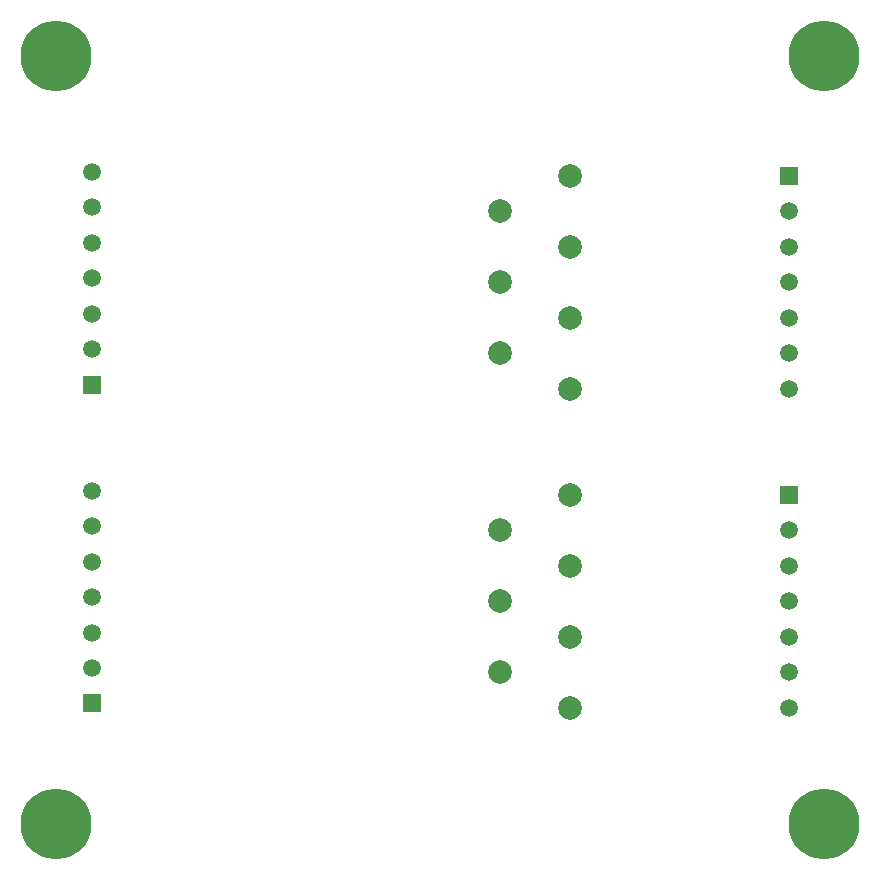
<source format=gbr>
%TF.GenerationSoftware,KiCad,Pcbnew,(6.0.7)*%
%TF.CreationDate,2022-11-12T16:45:26-06:00*%
%TF.ProjectId,BPS_Scrutineering,4250535f-5363-4727-9574-696e65657269,rev?*%
%TF.SameCoordinates,Original*%
%TF.FileFunction,Copper,L2,Bot*%
%TF.FilePolarity,Positive*%
%FSLAX46Y46*%
G04 Gerber Fmt 4.6, Leading zero omitted, Abs format (unit mm)*
G04 Created by KiCad (PCBNEW (6.0.7)) date 2022-11-12 16:45:26*
%MOMM*%
%LPD*%
G01*
G04 APERTURE LIST*
%TA.AperFunction,ComponentPad*%
%ADD10C,1.520000*%
%TD*%
%TA.AperFunction,ComponentPad*%
%ADD11R,1.520000X1.520000*%
%TD*%
%TA.AperFunction,ComponentPad*%
%ADD12C,2.000000*%
%TD*%
%TA.AperFunction,ComponentPad*%
%ADD13C,6.000000*%
%TD*%
G04 APERTURE END LIST*
D10*
%TO.P,JC1,1,Pin_1*%
%TO.N,Net-(F15-Pad1)*%
X87040600Y-84227250D03*
%TO.P,JC1,2,Pin_2*%
%TO.N,Net-(F16-Pad1)*%
X87040600Y-87227250D03*
%TO.P,JC1,3,Pin_3*%
%TO.N,Net-(F17-Pad1)*%
X87040600Y-90227250D03*
%TO.P,JC1,4,Pin_4*%
%TO.N,Net-(F18-Pad1)*%
X87040600Y-93227250D03*
%TO.P,JC1,5,Pin_5*%
%TO.N,Net-(F19-Pad1)*%
X87040600Y-96227250D03*
%TO.P,JC1,6,Pin_6*%
%TO.N,Net-(F20-Pad1)*%
X87040600Y-99227250D03*
D11*
%TO.P,JC1,7,Pin_7*%
%TO.N,Net-(F21-Pad1)*%
X87040600Y-102227250D03*
%TD*%
D10*
%TO.P,JC2,1,Pin_1*%
%TO.N,Net-(F7-Pad2)*%
X146040600Y-102570750D03*
%TO.P,JC2,2,Pin_2*%
%TO.N,Net-(F6-Pad2)*%
X146040600Y-99570750D03*
%TO.P,JC2,3,Pin_3*%
%TO.N,Net-(F5-Pad2)*%
X146040600Y-96570750D03*
%TO.P,JC2,4,Pin_4*%
%TO.N,Net-(F4-Pad2)*%
X146040600Y-93570750D03*
%TO.P,JC2,5,Pin_5*%
%TO.N,Net-(F3-Pad2)*%
X146040600Y-90570750D03*
%TO.P,JC2,6,Pin_6*%
%TO.N,Net-(F2-Pad2)*%
X146040600Y-87570750D03*
D11*
%TO.P,JC2,7,Pin_7*%
%TO.N,Net-(F1-Pad2)*%
X146040600Y-84570750D03*
%TD*%
D10*
%TO.P,JC4,1,Pin_1*%
%TO.N,Net-(F14-Pad2)*%
X146040600Y-129570750D03*
%TO.P,JC4,2,Pin_2*%
%TO.N,Net-(F13-Pad2)*%
X146040600Y-126570750D03*
%TO.P,JC4,3,Pin_3*%
%TO.N,Net-(F12-Pad2)*%
X146040600Y-123570750D03*
%TO.P,JC4,4,Pin_4*%
%TO.N,Net-(F11-Pad2)*%
X146040600Y-120570750D03*
%TO.P,JC4,5,Pin_5*%
%TO.N,Net-(F10-Pad2)*%
X146040600Y-117570750D03*
%TO.P,JC4,6,Pin_6*%
%TO.N,Net-(F9-Pad2)*%
X146040600Y-114570750D03*
D11*
%TO.P,JC4,7,Pin_7*%
%TO.N,Net-(F8-Pad2)*%
X146040600Y-111570750D03*
%TD*%
D12*
%TO.P,TP8,1,1*%
%TO.N,Net-(F8-Pad1)*%
X127563200Y-111570750D03*
%TD*%
%TO.P,TP14,1,1*%
%TO.N,Net-(F14-Pad1)*%
X127563200Y-129570750D03*
%TD*%
D10*
%TO.P,JC3,1,Pin_1*%
%TO.N,Net-(F22-Pad1)*%
X87040600Y-111227250D03*
%TO.P,JC3,2,Pin_2*%
%TO.N,Net-(F23-Pad1)*%
X87040600Y-114227250D03*
%TO.P,JC3,3,Pin_3*%
%TO.N,Net-(F24-Pad1)*%
X87040600Y-117227250D03*
%TO.P,JC3,4,Pin_4*%
%TO.N,Net-(F25-Pad1)*%
X87040600Y-120227250D03*
%TO.P,JC3,5,Pin_5*%
%TO.N,Net-(F26-Pad1)*%
X87040600Y-123227250D03*
%TO.P,JC3,6,Pin_6*%
%TO.N,Net-(F27-Pad1)*%
X87040600Y-126227250D03*
D11*
%TO.P,JC3,7,Pin_7*%
%TO.N,Net-(F28-Pad1)*%
X87040600Y-129227250D03*
%TD*%
D12*
%TO.P,TP9,1,1*%
%TO.N,Net-(F9-Pad1)*%
X121563200Y-114570750D03*
%TD*%
%TO.P,TP13,1,1*%
%TO.N,Net-(F13-Pad1)*%
X121563200Y-126570750D03*
%TD*%
D13*
%TO.P,H2,1*%
%TO.N,N/C*%
X149040600Y-139399000D03*
%TD*%
D12*
%TO.P,TP6,1,1*%
%TO.N,Net-(F6-Pad1)*%
X121563200Y-99570750D03*
%TD*%
D13*
%TO.P,H3,1*%
%TO.N,N/C*%
X149040600Y-74399000D03*
%TD*%
D12*
%TO.P,TP12,1,1*%
%TO.N,Net-(F12-Pad1)*%
X127563200Y-123570750D03*
%TD*%
%TO.P,TP7,1,1*%
%TO.N,Net-(F7-Pad1)*%
X127563200Y-102570750D03*
%TD*%
%TO.P,TP3,1,1*%
%TO.N,Net-(F3-Pad1)*%
X127563200Y-90570750D03*
%TD*%
%TO.P,TP11,1,1*%
%TO.N,Net-(F11-Pad1)*%
X121563200Y-120570750D03*
%TD*%
D13*
%TO.P,H4,1*%
%TO.N,N/C*%
X84040600Y-74399000D03*
%TD*%
%TO.P,H1,1*%
%TO.N,N/C*%
X84040600Y-139399000D03*
%TD*%
D12*
%TO.P,TP2,1,1*%
%TO.N,Net-(F2-Pad1)*%
X121563200Y-87570750D03*
%TD*%
%TO.P,TP4,1,1*%
%TO.N,Net-(F4-Pad1)*%
X121563200Y-93570750D03*
%TD*%
%TO.P,TP10,1,1*%
%TO.N,Net-(F10-Pad1)*%
X127563200Y-117570750D03*
%TD*%
%TO.P,TP5,1,1*%
%TO.N,Net-(F5-Pad1)*%
X127563200Y-96570750D03*
%TD*%
%TO.P,TP1,1,1*%
%TO.N,Net-(F1-Pad1)*%
X127563200Y-84570750D03*
%TD*%
M02*

</source>
